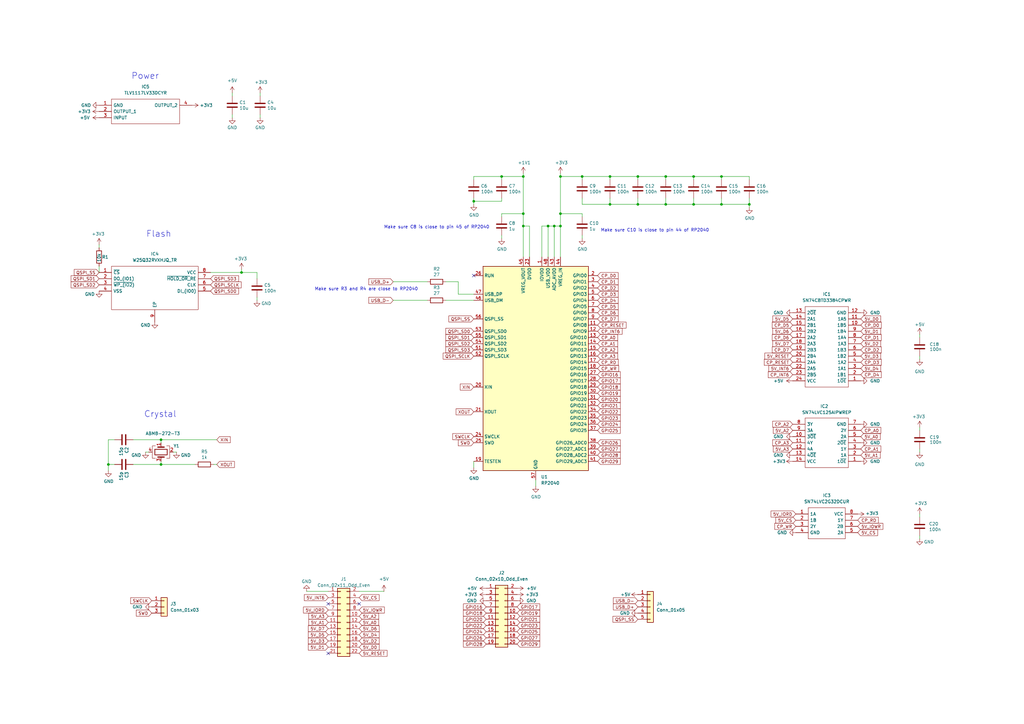
<source format=kicad_sch>
(kicad_sch (version 20231120) (generator "eeschema") (generator_version "8.0")
  (paper "A3")
  (title_block (title "SPIder Amiga clockport to SPI adapter") (date "2025-05-18") (rev "1") (company "Niklas Ekström"))
  (junction (at 214.63 87.63))
  (junction (at 229.87 87.63))
  (junction (at 205.74 72.39))
  (junction (at 44.45 190.5))
  (junction (at 238.76 72.39))
  (junction (at 261.62 83.82))
  (junction (at 273.05 72.39))
  (junction (at 261.62 72.39))
  (junction (at 214.63 92.71))
  (junction (at 194.31 82.55))
  (junction (at 229.87 92.71))
  (junction (at 295.91 72.39))
  (junction (at 307.34 83.82))
  (junction (at 66.04 190.5))
  (junction (at 273.05 83.82))
  (junction (at 66.04 180.34))
  (junction (at 214.63 72.39))
  (junction (at 250.19 83.82))
  (junction (at 284.48 83.82))
  (junction (at 227.33 92.71))
  (junction (at 229.87 72.39))
  (junction (at 284.48 72.39))
  (junction (at 295.91 83.82))
  (junction (at 99.06 111.76))
  (junction (at 250.19 72.39))
  (junction (at 224.79 92.71))
  (no_connect (at 194.31 113.03))
  (no_connect (at 134.62 247.65))
  (no_connect (at 147.32 247.65))
  (no_connect (at 134.62 267.97))
  (wire (pts (xy 214.63 92.71) (xy 214.63 105.41)))
  (wire (pts (xy 194.31 82.55) (xy 205.74 82.55)))
  (wire (pts (xy 261.62 72.39) (xy 273.05 72.39)))
  (wire (pts (xy 377.19 146.05) (xy 377.19 147.32)))
  (wire (pts (xy 105.41 114.3) (xy 105.41 111.76)))
  (wire (pts (xy 261.62 73.66) (xy 261.62 72.39)))
  (wire (pts (xy 214.63 71.12) (xy 214.63 72.39)))
  (wire (pts (xy 95.25 46.99) (xy 95.25 48.26)))
  (wire (pts (xy 106.68 46.99) (xy 106.68 48.26)))
  (wire (pts (xy 175.26 115.57) (xy 161.29 115.57)))
  (wire (pts (xy 194.31 120.65) (xy 187.96 120.65)))
  (wire (pts (xy 87.63 190.5) (xy 88.9 190.5)))
  (wire (pts (xy 261.62 81.28) (xy 261.62 83.82)))
  (wire (pts (xy 214.63 87.63) (xy 214.63 92.71)))
  (wire (pts (xy 187.96 115.57) (xy 182.88 115.57)))
  (wire (pts (xy 59.69 185.42) (xy 60.96 185.42)))
  (wire (pts (xy 194.31 72.39) (xy 205.74 72.39)))
  (wire (pts (xy 194.31 81.28) (xy 194.31 82.55)))
  (wire (pts (xy 71.12 185.42) (xy 72.39 185.42)))
  (wire (pts (xy 54.61 180.34) (xy 66.04 180.34)))
  (wire (pts (xy 40.64 100.33) (xy 40.64 101.6)))
  (wire (pts (xy 229.87 87.63) (xy 229.87 92.71)))
  (wire (pts (xy 205.74 72.39) (xy 214.63 72.39)))
  (wire (pts (xy 229.87 87.63) (xy 238.76 87.63)))
  (wire (pts (xy 214.63 72.39) (xy 214.63 87.63)))
  (wire (pts (xy 224.79 92.71) (xy 227.33 92.71)))
  (wire (pts (xy 99.06 110.49) (xy 99.06 111.76)))
  (wire (pts (xy 284.48 73.66) (xy 284.48 72.39)))
  (wire (pts (xy 377.19 219.71) (xy 377.19 220.98)))
  (wire (pts (xy 238.76 73.66) (xy 238.76 72.39)))
  (wire (pts (xy 229.87 72.39) (xy 238.76 72.39)))
  (wire (pts (xy 66.04 189.23) (xy 66.04 190.5)))
  (wire (pts (xy 44.45 190.5) (xy 44.45 193.04)))
  (wire (pts (xy 99.06 111.76) (xy 105.41 111.76)))
  (wire (pts (xy 229.87 72.39) (xy 229.87 87.63)))
  (wire (pts (xy 284.48 72.39) (xy 295.91 72.39)))
  (wire (pts (xy 106.68 38.1) (xy 106.68 39.37)))
  (wire (pts (xy 307.34 81.28) (xy 307.34 83.82)))
  (wire (pts (xy 224.79 105.41) (xy 224.79 92.71)))
  (wire (pts (xy 205.74 82.55) (xy 205.74 81.28)))
  (wire (pts (xy 250.19 73.66) (xy 250.19 72.39)))
  (wire (pts (xy 250.19 83.82) (xy 238.76 83.82)))
  (wire (pts (xy 187.96 115.57) (xy 187.96 120.65)))
  (wire (pts (xy 229.87 71.12) (xy 229.87 72.39)))
  (wire (pts (xy 205.74 88.9) (xy 205.74 87.63)))
  (wire (pts (xy 250.19 72.39) (xy 261.62 72.39)))
  (wire (pts (xy 66.04 180.34) (xy 88.9 180.34)))
  (wire (pts (xy 175.26 123.19) (xy 161.29 123.19)))
  (wire (pts (xy 250.19 81.28) (xy 250.19 83.82)))
  (wire (pts (xy 147.32 242.57) (xy 157.48 242.57)))
  (wire (pts (xy 217.17 105.41) (xy 217.17 92.71)))
  (wire (pts (xy 295.91 83.82) (xy 307.34 83.82)))
  (wire (pts (xy 284.48 81.28) (xy 284.48 83.82)))
  (wire (pts (xy 227.33 105.41) (xy 227.33 92.71)))
  (wire (pts (xy 86.36 111.76) (xy 99.06 111.76)))
  (wire (pts (xy 238.76 72.39) (xy 250.19 72.39)))
  (wire (pts (xy 238.76 96.52) (xy 238.76 97.79)))
  (wire (pts (xy 54.61 190.5) (xy 66.04 190.5)))
  (wire (pts (xy 46.99 190.5) (xy 44.45 190.5)))
  (wire (pts (xy 66.04 190.5) (xy 80.01 190.5)))
  (wire (pts (xy 307.34 73.66) (xy 307.34 72.39)))
  (wire (pts (xy 307.34 83.82) (xy 307.34 85.09)))
  (wire (pts (xy 222.25 92.71) (xy 224.79 92.71)))
  (wire (pts (xy 377.19 210.82) (xy 377.19 212.09)))
  (wire (pts (xy 219.71 196.85) (xy 219.71 199.39)))
  (wire (pts (xy 377.19 175.26) (xy 377.19 176.53)))
  (wire (pts (xy 205.74 87.63) (xy 214.63 87.63)))
  (wire (pts (xy 261.62 83.82) (xy 250.19 83.82)))
  (wire (pts (xy 238.76 81.28) (xy 238.76 83.82)))
  (wire (pts (xy 194.31 189.23) (xy 194.31 191.77)))
  (wire (pts (xy 46.99 180.34) (xy 44.45 180.34)))
  (wire (pts (xy 217.17 92.71) (xy 214.63 92.71)))
  (wire (pts (xy 295.91 83.82) (xy 284.48 83.82)))
  (wire (pts (xy 44.45 180.34) (xy 44.45 190.5)))
  (wire (pts (xy 66.04 181.61) (xy 66.04 180.34)))
  (wire (pts (xy 227.33 92.71) (xy 229.87 92.71)))
  (wire (pts (xy 105.41 121.92) (xy 105.41 123.19)))
  (wire (pts (xy 194.31 73.66) (xy 194.31 72.39)))
  (wire (pts (xy 222.25 105.41) (xy 222.25 92.71)))
  (wire (pts (xy 194.31 82.55) (xy 194.31 83.82)))
  (wire (pts (xy 295.91 81.28) (xy 295.91 83.82)))
  (wire (pts (xy 273.05 72.39) (xy 284.48 72.39)))
  (wire (pts (xy 238.76 88.9) (xy 238.76 87.63)))
  (wire (pts (xy 273.05 83.82) (xy 261.62 83.82)))
  (wire (pts (xy 40.64 109.22) (xy 40.64 111.76)))
  (wire (pts (xy 377.19 184.15) (xy 377.19 185.42)))
  (wire (pts (xy 284.48 83.82) (xy 273.05 83.82)))
  (wire (pts (xy 125.73 242.57) (xy 134.62 242.57)))
  (wire (pts (xy 194.31 123.19) (xy 182.88 123.19)))
  (wire (pts (xy 229.87 92.71) (xy 229.87 105.41)))
  (wire (pts (xy 377.19 137.16) (xy 377.19 138.43)))
  (wire (pts (xy 205.74 73.66) (xy 205.74 72.39)))
  (wire (pts (xy 295.91 72.39) (xy 307.34 72.39)))
  (wire (pts (xy 295.91 73.66) (xy 295.91 72.39)))
  (wire (pts (xy 273.05 81.28) (xy 273.05 83.82)))
  (wire (pts (xy 273.05 73.66) (xy 273.05 72.39)))
  (wire (pts (xy 95.25 38.1) (xy 95.25 39.37)))
  (wire (pts (xy 205.74 96.52) (xy 205.74 97.79)))
  (text "Power" (at 53.848 32.766 0) (effects (font (size 2.54 2.54)) (justify left bottom)))
  (text "Crystal" (at 59.055 171.45 0) (effects (font (size 2.54 2.54)) (justify left bottom)))
  (text "Make sure C8 is close to pin 45 of RP2040" (at 157.48 93.98 0) (effects (font (size 1.27 1.27)) (justify left bottom)))
  (text "Make sure R3 and R4 are close to RP2040" (at 171.45 119.38 0) (effects (font (size 1.27 1.27)) (justify right bottom)))
  (text "Make sure C10 is close to pin 44 of RP2040" (at 246.38 95.25 0) (effects (font (size 1.27 1.27)) (justify left bottom)))
  (text "Flash" (at 59.944 97.536 0) (effects (font (size 2.54 2.54)) (justify left bottom)))
  (global_label "5V_A1" (shape input) (at 353.06 186.69 0) (property "Intersheetrefs" "${INTERSHEET_REFS}" (effects (hide yes))))
  (global_label "QSPI_SD3" (shape input) (at 194.31 143.51 180) (property "Intersheetrefs" "${INTERSHEET_REFS}" (effects (hide yes))))
  (global_label "USB_D+" (shape input) (at 161.29 115.57 180) (property "Intersheetrefs" "${INTERSHEET_REFS}" (effects (hide yes))))
  (global_label "QSPI_SD2" (shape input) (at 194.31 140.97 180) (property "Intersheetrefs" "${INTERSHEET_REFS}" (effects (hide yes))))
  (global_label "5V_A3" (shape input) (at 134.62 252.73 180) (property "Intersheetrefs" "${INTERSHEET_REFS}" (effects (hide yes))))
  (global_label "QSPI_SCLK" (shape input) (at 194.31 146.05 180) (property "Intersheetrefs" "${INTERSHEET_REFS}" (effects (hide yes))))
  (global_label "5V_IORD" (shape input) (at 134.62 250.19 180) (property "Intersheetrefs" "${INTERSHEET_REFS}" (effects (hide yes))))
  (global_label "GPIO16" (shape input) (at 199.39 248.92 180) (property "Intersheetrefs" "${INTERSHEET_REFS}" (effects (hide yes))))
  (global_label "XOUT" (shape input) (at 88.9 190.5 0) (property "Intersheetrefs" "${INTERSHEET_REFS}" (effects (hide yes))))
  (global_label "5V_D7" (shape input) (at 325.12 140.97 180) (property "Intersheetrefs" "${INTERSHEET_REFS}" (effects (hide yes))))
  (global_label "CP_RESET" (shape input) (at 325.12 148.59 180) (property "Intersheetrefs" "${INTERSHEET_REFS}" (effects (hide yes))))
  (global_label "GPIO25" (shape input) (at 245.11 176.53 0) (property "Intersheetrefs" "${INTERSHEET_REFS}" (effects (hide yes))))
  (global_label "5V_D3" (shape input) (at 134.62 262.89 180) (property "Intersheetrefs" "${INTERSHEET_REFS}" (effects (hide yes))))
  (global_label "SWCLK" (shape input) (at 194.31 179.07 180) (property "Intersheetrefs" "${INTERSHEET_REFS}" (effects (hide yes))))
  (global_label "GPIO24" (shape input) (at 245.11 173.99 0) (property "Intersheetrefs" "${INTERSHEET_REFS}" (effects (hide yes))))
  (global_label "CP_D4" (shape input) (at 245.11 123.19 0) (property "Intersheetrefs" "${INTERSHEET_REFS}" (effects (hide yes))))
  (global_label "CP_RESET" (shape input) (at 245.11 133.35 0) (property "Intersheetrefs" "${INTERSHEET_REFS}" (effects (hide yes))))
  (global_label "5V_IOWR" (shape input) (at 351.79 215.9 0) (property "Intersheetrefs" "${INTERSHEET_REFS}" (effects (hide yes))))
  (global_label "5V_A3" (shape input) (at 325.12 184.15 180) (property "Intersheetrefs" "${INTERSHEET_REFS}" (effects (hide yes))))
  (global_label "CP_A2" (shape input) (at 245.11 143.51 0) (property "Intersheetrefs" "${INTERSHEET_REFS}" (effects (hide yes))))
  (global_label "GPIO26" (shape input) (at 245.11 181.61 0) (property "Intersheetrefs" "${INTERSHEET_REFS}" (effects (hide yes))))
  (global_label "GPIO23" (shape input) (at 212.09 256.54 0) (property "Intersheetrefs" "${INTERSHEET_REFS}" (effects (hide yes))))
  (global_label "CP_A0" (shape input) (at 245.11 138.43 0) (property "Intersheetrefs" "${INTERSHEET_REFS}" (effects (hide yes))))
  (global_label "CP_INT6" (shape input) (at 325.12 153.67 180) (property "Intersheetrefs" "${INTERSHEET_REFS}" (effects (hide yes))))
  (global_label "5V_D6" (shape input) (at 147.32 257.81 0) (property "Intersheetrefs" "${INTERSHEET_REFS}" (effects (hide yes))))
  (global_label "CP_D1" (shape input) (at 245.11 115.57 0) (property "Intersheetrefs" "${INTERSHEET_REFS}" (effects (hide yes))))
  (global_label "GPIO24" (shape input) (at 199.39 259.08 180) (property "Intersheetrefs" "${INTERSHEET_REFS}" (effects (hide yes))))
  (global_label "QSPI_SD2" (shape input) (at 40.64 116.84 180) (property "Intersheetrefs" "${INTERSHEET_REFS}" (effects (hide yes))))
  (global_label "CP_D4" (shape input) (at 353.06 153.67 0) (property "Intersheetrefs" "${INTERSHEET_REFS}" (effects (hide yes))))
  (global_label "CP_RD" (shape input) (at 351.79 213.36 0) (property "Intersheetrefs" "${INTERSHEET_REFS}" (effects (hide yes))))
  (global_label "5V_A2" (shape input) (at 325.12 176.53 180) (property "Intersheetrefs" "${INTERSHEET_REFS}" (effects (hide yes))))
  (global_label "USB_D+" (shape input) (at 261.62 248.92 180) (property "Intersheetrefs" "${INTERSHEET_REFS}" (effects (hide yes))))
  (global_label "CP_D7" (shape input) (at 325.12 143.51 180) (property "Intersheetrefs" "${INTERSHEET_REFS}" (effects (hide yes))))
  (global_label "5V_D3" (shape input) (at 353.06 146.05 0) (property "Intersheetrefs" "${INTERSHEET_REFS}" (effects (hide yes))))
  (global_label "GPIO17" (shape input) (at 245.11 156.21 0) (property "Intersheetrefs" "${INTERSHEET_REFS}" (effects (hide yes))))
  (global_label "GPIO19" (shape input) (at 245.11 161.29 0) (property "Intersheetrefs" "${INTERSHEET_REFS}" (effects (hide yes))))
  (global_label "CP_A0" (shape input) (at 353.06 176.53 0) (property "Intersheetrefs" "${INTERSHEET_REFS}" (effects (hide yes))))
  (global_label "5V_D4" (shape input) (at 353.06 151.13 0) (property "Intersheetrefs" "${INTERSHEET_REFS}" (effects (hide yes))))
  (global_label "5V_D7" (shape input) (at 134.62 257.81 180) (property "Intersheetrefs" "${INTERSHEET_REFS}" (effects (hide yes))))
  (global_label "USB_D-" (shape input) (at 161.29 123.19 180) (property "Intersheetrefs" "${INTERSHEET_REFS}" (effects (hide yes))))
  (global_label "GPIO28" (shape input) (at 245.11 186.69 0) (property "Intersheetrefs" "${INTERSHEET_REFS}" (effects (hide yes))))
  (global_label "CP_D1" (shape input) (at 353.06 138.43 0) (property "Intersheetrefs" "${INTERSHEET_REFS}" (effects (hide yes))))
  (global_label "GPIO28" (shape input) (at 199.39 264.16 180) (property "Intersheetrefs" "${INTERSHEET_REFS}" (effects (hide yes))))
  (global_label "5V_D0" (shape input) (at 353.06 130.81 0) (property "Intersheetrefs" "${INTERSHEET_REFS}" (effects (hide yes))))
  (global_label "CP_D2" (shape input) (at 353.06 143.51 0) (property "Intersheetrefs" "${INTERSHEET_REFS}" (effects (hide yes))))
  (global_label "GPIO18" (shape input) (at 199.39 251.46 180) (property "Intersheetrefs" "${INTERSHEET_REFS}" (effects (hide yes))))
  (global_label "GPIO16" (shape input) (at 245.11 153.67 0) (property "Intersheetrefs" "${INTERSHEET_REFS}" (effects (hide yes))))
  (global_label "CP_A3" (shape input) (at 325.12 181.61 180) (property "Intersheetrefs" "${INTERSHEET_REFS}" (effects (hide yes))))
  (global_label "SWD" (shape input) (at 62.23 251.46 180) (property "Intersheetrefs" "${INTERSHEET_REFS}" (effects (hide yes))))
  (global_label "GPIO19" (shape input) (at 212.09 251.46 0) (property "Intersheetrefs" "${INTERSHEET_REFS}" (effects (hide yes))))
  (global_label "CP_WR" (shape input) (at 245.11 151.13 0) (property "Intersheetrefs" "${INTERSHEET_REFS}" (effects (hide yes))))
  (global_label "GPIO29" (shape input) (at 212.09 264.16 0) (property "Intersheetrefs" "${INTERSHEET_REFS}" (effects (hide yes))))
  (global_label "QSPI_SS" (shape input) (at 194.31 130.81 180) (property "Intersheetrefs" "${INTERSHEET_REFS}" (effects (hide yes))))
  (global_label "5V_D1" (shape input) (at 134.62 265.43 180) (property "Intersheetrefs" "${INTERSHEET_REFS}" (effects (hide yes))))
  (global_label "QSPI_SCLK" (shape input) (at 86.36 116.84 0) (property "Intersheetrefs" "${INTERSHEET_REFS}" (effects (hide yes))))
  (global_label "5V_D4" (shape input) (at 147.32 260.35 0) (property "Intersheetrefs" "${INTERSHEET_REFS}" (effects (hide yes))))
  (global_label "5V_D2" (shape input) (at 147.32 262.89 0) (property "Intersheetrefs" "${INTERSHEET_REFS}" (effects (hide yes))))
  (global_label "5V_D5" (shape input) (at 325.12 130.81 180) (property "Intersheetrefs" "${INTERSHEET_REFS}" (effects (hide yes))))
  (global_label "QSPI_SS" (shape input) (at 261.62 254 180) (property "Intersheetrefs" "${INTERSHEET_REFS}" (effects (hide yes))))
  (global_label "CP_RD" (shape input) (at 245.11 148.59 0) (property "Intersheetrefs" "${INTERSHEET_REFS}" (effects (hide yes))))
  (global_label "CP_WR" (shape input) (at 326.39 215.9 180) (property "Intersheetrefs" "${INTERSHEET_REFS}" (effects (hide yes))))
  (global_label "5V_RESET" (shape input) (at 147.32 267.97 0) (property "Intersheetrefs" "${INTERSHEET_REFS}" (effects (hide yes))))
  (global_label "5V_D0" (shape input) (at 147.32 265.43 0) (property "Intersheetrefs" "${INTERSHEET_REFS}" (effects (hide yes))))
  (global_label "5V_A1" (shape input) (at 134.62 255.27 180) (property "Intersheetrefs" "${INTERSHEET_REFS}" (effects (hide yes))))
  (global_label "CP_D5" (shape input) (at 325.12 133.35 180) (property "Intersheetrefs" "${INTERSHEET_REFS}" (effects (hide yes))))
  (global_label "GPIO18" (shape input) (at 245.11 158.75 0) (property "Intersheetrefs" "${INTERSHEET_REFS}" (effects (hide yes))))
  (global_label "GPIO22" (shape input) (at 199.39 256.54 180) (property "Intersheetrefs" "${INTERSHEET_REFS}" (effects (hide yes))))
  (global_label "GPIO21" (shape input) (at 212.09 254 0) (property "Intersheetrefs" "${INTERSHEET_REFS}" (effects (hide yes))))
  (global_label "5V_RESET" (shape input) (at 325.12 146.05 180) (property "Intersheetrefs" "${INTERSHEET_REFS}" (effects (hide yes))))
  (global_label "CP_D5" (shape input) (at 245.11 125.73 0) (property "Intersheetrefs" "${INTERSHEET_REFS}" (effects (hide yes))))
  (global_label "QSPI_SS" (shape input) (at 40.64 111.76 180) (property "Intersheetrefs" "${INTERSHEET_REFS}" (effects (hide yes))))
  (global_label "CP_D0" (shape input) (at 353.06 133.35 0) (property "Intersheetrefs" "${INTERSHEET_REFS}" (effects (hide yes))))
  (global_label "SWCLK" (shape input) (at 62.23 246.38 180) (property "Intersheetrefs" "${INTERSHEET_REFS}" (effects (hide yes))))
  (global_label "CP_D0" (shape input) (at 245.11 113.03 0) (property "Intersheetrefs" "${INTERSHEET_REFS}" (effects (hide yes))))
  (global_label "QSPI_SD0" (shape input) (at 86.36 119.38 0) (property "Intersheetrefs" "${INTERSHEET_REFS}" (effects (hide yes))))
  (global_label "CP_A1" (shape input) (at 353.06 184.15 0) (property "Intersheetrefs" "${INTERSHEET_REFS}" (effects (hide yes))))
  (global_label "GPIO29" (shape input) (at 245.11 189.23 0) (property "Intersheetrefs" "${INTERSHEET_REFS}" (effects (hide yes))))
  (global_label "5V_A0" (shape input) (at 147.32 255.27 0) (property "Intersheetrefs" "${INTERSHEET_REFS}" (effects (hide yes))))
  (global_label "GPIO17" (shape input) (at 212.09 248.92 0) (property "Intersheetrefs" "${INTERSHEET_REFS}" (effects (hide yes))))
  (global_label "5V_IOWR" (shape input) (at 147.32 250.19 0) (property "Intersheetrefs" "${INTERSHEET_REFS}" (effects (hide yes))))
  (global_label "QSPI_SD3" (shape input) (at 86.36 114.3 0) (property "Intersheetrefs" "${INTERSHEET_REFS}" (effects (hide yes))))
  (global_label "GPIO21" (shape input) (at 245.11 166.37 0) (property "Intersheetrefs" "${INTERSHEET_REFS}" (effects (hide yes))))
  (global_label "CP_A1" (shape input) (at 245.11 140.97 0) (property "Intersheetrefs" "${INTERSHEET_REFS}" (effects (hide yes))))
  (global_label "5V_INT6" (shape input) (at 325.12 151.13 180) (property "Intersheetrefs" "${INTERSHEET_REFS}" (effects (hide yes))))
  (global_label "GPIO25" (shape input) (at 212.09 259.08 0) (property "Intersheetrefs" "${INTERSHEET_REFS}" (effects (hide yes))))
  (global_label "QSPI_SD0" (shape input) (at 194.31 135.89 180) (property "Intersheetrefs" "${INTERSHEET_REFS}" (effects (hide yes))))
  (global_label "SWD" (shape input) (at 194.31 181.61 180) (property "Intersheetrefs" "${INTERSHEET_REFS}" (effects (hide yes))))
  (global_label "5V_A2" (shape input) (at 147.32 252.73 0) (property "Intersheetrefs" "${INTERSHEET_REFS}" (effects (hide yes))))
  (global_label "XIN" (shape input) (at 88.9 180.34 0) (property "Intersheetrefs" "${INTERSHEET_REFS}" (effects (hide yes))))
  (global_label "QSPI_SD1" (shape input) (at 194.31 138.43 180) (property "Intersheetrefs" "${INTERSHEET_REFS}" (effects (hide yes))))
  (global_label "GPIO26" (shape input) (at 199.39 261.62 180) (property "Intersheetrefs" "${INTERSHEET_REFS}" (effects (hide yes))))
  (global_label "USB_D-" (shape input) (at 261.62 246.38 180) (property "Intersheetrefs" "${INTERSHEET_REFS}" (effects (hide yes))))
  (global_label "CP_D3" (shape input) (at 245.11 120.65 0) (property "Intersheetrefs" "${INTERSHEET_REFS}" (effects (hide yes))))
  (global_label "5V_A0" (shape input) (at 353.06 179.07 0) (property "Intersheetrefs" "${INTERSHEET_REFS}" (effects (hide yes))))
  (global_label "XOUT" (shape input) (at 194.31 168.91 180) (property "Intersheetrefs" "${INTERSHEET_REFS}" (effects (hide yes))))
  (global_label "GPIO23" (shape input) (at 245.11 171.45 0) (property "Intersheetrefs" "${INTERSHEET_REFS}" (effects (hide yes))))
  (global_label "5V_CS" (shape input) (at 147.32 245.11 0) (property "Intersheetrefs" "${INTERSHEET_REFS}" (effects (hide yes))))
  (global_label "GPIO27" (shape input) (at 245.11 184.15 0) (property "Intersheetrefs" "${INTERSHEET_REFS}" (effects (hide yes))))
  (global_label "5V_CS" (shape input) (at 326.39 213.36 180) (property "Intersheetrefs" "${INTERSHEET_REFS}" (effects (hide yes))))
  (global_label "5V_D2" (shape input) (at 353.06 140.97 0) (property "Intersheetrefs" "${INTERSHEET_REFS}" (effects (hide yes))))
  (global_label "5V_D6" (shape input) (at 325.12 135.89 180) (property "Intersheetrefs" "${INTERSHEET_REFS}" (effects (hide yes))))
  (global_label "CP_INT6" (shape input) (at 245.11 135.89 0) (property "Intersheetrefs" "${INTERSHEET_REFS}" (effects (hide yes))))
  (global_label "CP_D6" (shape input) (at 245.11 128.27 0) (property "Intersheetrefs" "${INTERSHEET_REFS}" (effects (hide yes))))
  (global_label "5V_IORD" (shape input) (at 326.39 210.82 180) (property "Intersheetrefs" "${INTERSHEET_REFS}" (effects (hide yes))))
  (global_label "CP_D6" (shape input) (at 325.12 138.43 180) (property "Intersheetrefs" "${INTERSHEET_REFS}" (effects (hide yes))))
  (global_label "CP_D7" (shape input) (at 245.11 130.81 0) (property "Intersheetrefs" "${INTERSHEET_REFS}" (effects (hide yes))))
  (global_label "CP_D2" (shape input) (at 245.11 118.11 0) (property "Intersheetrefs" "${INTERSHEET_REFS}" (effects (hide yes))))
  (global_label "GPIO22" (shape input) (at 245.11 168.91 0) (property "Intersheetrefs" "${INTERSHEET_REFS}" (effects (hide yes))))
  (global_label "XIN" (shape input) (at 194.31 158.75 180) (property "Intersheetrefs" "${INTERSHEET_REFS}" (effects (hide yes))))
  (global_label "5V_D1" (shape input) (at 353.06 135.89 0) (property "Intersheetrefs" "${INTERSHEET_REFS}" (effects (hide yes))))
  (global_label "QSPI_SD1" (shape input) (at 40.64 114.3 180) (property "Intersheetrefs" "${INTERSHEET_REFS}" (effects (hide yes))))
  (global_label "GPIO20" (shape input) (at 245.11 163.83 0) (property "Intersheetrefs" "${INTERSHEET_REFS}" (effects (hide yes))))
  (global_label "5V_CS" (shape input) (at 351.79 218.44 0) (property "Intersheetrefs" "${INTERSHEET_REFS}" (effects (hide yes))))
  (global_label "CP_D3" (shape input) (at 353.06 148.59 0) (property "Intersheetrefs" "${INTERSHEET_REFS}" (effects (hide yes))))
  (global_label "CP_A3" (shape input) (at 245.11 146.05 0) (property "Intersheetrefs" "${INTERSHEET_REFS}" (effects (hide yes))))
  (global_label "GPIO27" (shape input) (at 212.09 261.62 0) (property "Intersheetrefs" "${INTERSHEET_REFS}" (effects (hide yes))))
  (global_label "5V_D5" (shape input) (at 134.62 260.35 180) (property "Intersheetrefs" "${INTERSHEET_REFS}" (effects (hide yes))))
  (global_label "GPIO20" (shape input) (at 199.39 254 180) (property "Intersheetrefs" "${INTERSHEET_REFS}" (effects (hide yes))))
  (global_label "5V_INT6" (shape input) (at 134.62 245.11 180) (property "Intersheetrefs" "${INTERSHEET_REFS}" (effects (hide yes))))
  (global_label "CP_A2" (shape input) (at 325.12 173.99 180) (property "Intersheetrefs" "${INTERSHEET_REFS}" (effects (hide yes))))
  (symbol (lib_id "power:GND") (at 219.71 199.39 0) (unit 1)
    (property "Reference" "#PWR016" (effects (hide yes)))
    (property "Value" "GND" (at 219.837 203.7842 0))
  )
  (symbol (lib_id "power:GND") (at 194.31 191.77 0) (unit 1)
    (property "Reference" "#PWR015" (effects (hide yes)))
    (property "Value" "GND" (at 194.437 196.1642 0))
  )
  (symbol (lib_id "power:+3V3") (at 229.87 71.12 0) (unit 1)
    (property "Reference" "#PWR017" (effects (hide yes)))
    (property "Value" "+3V3" (at 230.251 66.7258 0))
  )
  (symbol (lib_id "power:+1V1") (at 214.63 71.12 0) (unit 1)
    (property "Reference" "#PWR014" (effects (hide yes)))
    (property "Value" "+1V1" (at 215.011 66.7258 0))
  )
  (symbol (lib_id "Device:C") (at 238.76 77.47 0) (unit 1)
    (property "Reference" "C9" (at 241.681 76.3016 0) (effects (justify left)))
    (property "Value" "100n" (at 241.681 78.613 0) (effects (justify left)))
    (property "Footprint" "Capacitor_SMD:C_0402_1005Metric" (effects (hide yes)))
  )
  (symbol (lib_id "Device:C") (at 250.19 77.47 0) (unit 1)
    (property "Reference" "C11" (at 253.111 76.3016 0) (effects (justify left)))
    (property "Value" "100n" (at 253.111 78.613 0) (effects (justify left)))
    (property "Footprint" "Capacitor_SMD:C_0402_1005Metric" (effects (hide yes)))
  )
  (symbol (lib_id "Device:C") (at 261.62 77.47 0) (unit 1)
    (property "Reference" "C12" (at 264.541 76.3016 0) (effects (justify left)))
    (property "Value" "100n" (at 264.541 78.613 0) (effects (justify left)))
    (property "Footprint" "Capacitor_SMD:C_0402_1005Metric" (effects (hide yes)))
  )
  (symbol (lib_id "Device:C") (at 273.05 77.47 0) (unit 1)
    (property "Reference" "C13" (at 275.971 76.3016 0) (effects (justify left)))
    (property "Value" "100n" (at 275.971 78.613 0) (effects (justify left)))
    (property "Footprint" "Capacitor_SMD:C_0402_1005Metric" (effects (hide yes)))
  )
  (symbol (lib_id "Device:C") (at 284.48 77.47 0) (unit 1)
    (property "Reference" "C14" (at 287.401 76.3016 0) (effects (justify left)))
    (property "Value" "100n" (at 287.401 78.613 0) (effects (justify left)))
    (property "Footprint" "Capacitor_SMD:C_0402_1005Metric" (effects (hide yes)))
  )
  (symbol (lib_id "Device:C") (at 295.91 77.47 0) (unit 1)
    (property "Reference" "C15" (at 298.831 76.3016 0) (effects (justify left)))
    (property "Value" "100n" (at 298.831 78.613 0) (effects (justify left)))
    (property "Footprint" "Capacitor_SMD:C_0402_1005Metric" (effects (hide yes)))
  )
  (symbol (lib_id "Device:C") (at 307.34 77.47 0) (unit 1)
    (property "Reference" "C16" (at 310.261 76.3016 0) (effects (justify left)))
    (property "Value" "100n" (at 310.261 78.613 0) (effects (justify left)))
    (property "Footprint" "Capacitor_SMD:C_0402_1005Metric" (effects (hide yes)))
  )
  (symbol (lib_id "Device:C") (at 194.31 77.47 0) (unit 1)
    (property "Reference" "C6" (at 197.231 76.3016 0) (effects (justify left)))
    (property "Value" "100n" (at 197.231 78.613 0) (effects (justify left)))
    (property "Footprint" "Capacitor_SMD:C_0402_1005Metric" (effects (hide yes)))
  )
  (symbol (lib_id "Device:C") (at 205.74 77.47 0) (unit 1)
    (property "Reference" "C7" (at 208.661 76.3016 0) (effects (justify left)))
    (property "Value" "100n" (at 208.661 78.613 0) (effects (justify left)))
    (property "Footprint" "Capacitor_SMD:C_0402_1005Metric" (effects (hide yes)))
  )
  (symbol (lib_id "Device:C") (at 205.74 92.71 0) (unit 1)
    (property "Reference" "C8" (at 208.661 91.5416 0) (effects (justify left)))
    (property "Value" "1u" (at 208.661 93.853 0) (effects (justify left)))
    (property "Footprint" "Capacitor_SMD:C_0402_1005Metric" (effects (hide yes)))
  )
  (symbol (lib_id "Device:C") (at 238.76 92.71 0) (unit 1)
    (property "Reference" "C10" (at 241.681 91.5416 0) (effects (justify left)))
    (property "Value" "1u" (at 241.681 93.853 0) (effects (justify left)))
    (property "Footprint" "Capacitor_SMD:C_0402_1005Metric" (effects (hide yes)))
  )
  (symbol (lib_id "power:GND") (at 307.34 85.09 0) (unit 1)
    (property "Reference" "#PWR023" (effects (hide yes)))
    (property "Value" "GND" (at 307.467 89.4842 0))
  )
  (symbol (lib_id "power:GND") (at 194.31 83.82 0) (unit 1)
    (property "Reference" "#PWR012" (effects (hide yes)))
    (property "Value" "GND" (at 194.437 88.2142 0))
  )
  (symbol (lib_id "power:GND") (at 205.74 97.79 0) (unit 1)
    (property "Reference" "#PWR013" (effects (hide yes)))
    (property "Value" "GND" (at 205.867 102.1842 0))
  )
  (symbol (lib_id "power:GND") (at 238.76 97.79 0) (unit 1)
    (property "Reference" "#PWR018" (effects (hide yes)))
    (property "Value" "GND" (at 238.887 102.1842 0))
  )
  (symbol (lib_id "power:+3V3") (at 106.68 38.1 0) (unit 1)
    (property "Reference" "#PWR09" (effects (hide yes)))
    (property "Value" "+3V3" (at 107.061 33.7058 0))
  )
  (symbol (lib_id "Device:C") (at 95.25 43.18 0) (unit 1)
    (property "Reference" "C1" (at 98.171 42.0116 0) (effects (justify left)))
    (property "Value" "10u" (at 98.171 44.323 0) (effects (justify left)))
    (property "Footprint" "Capacitor_SMD:C_0805_2012Metric" (effects (hide yes)))
  )
  (symbol (lib_id "Device:C") (at 106.68 43.18 0) (unit 1)
    (property "Reference" "C4" (at 109.601 42.0116 0) (effects (justify left)))
    (property "Value" "10u" (at 109.601 44.323 0) (effects (justify left)))
    (property "Footprint" "Capacitor_SMD:C_0805_2012Metric" (effects (hide yes)))
  )
  (symbol (lib_id "power:GND") (at 95.25 48.26 0) (unit 1)
    (property "Reference" "#PWR04" (effects (hide yes)))
    (property "Value" "GND" (at 95.25 52.324 0))
  )
  (symbol (lib_id "power:GND") (at 106.68 48.26 0) (unit 1)
    (property "Reference" "#PWR010" (effects (hide yes)))
    (property "Value" "GND" (at 106.68 52.324 0))
  )
  (symbol (lib_name "+5V_1") (lib_id "power:+5V") (at 157.48 242.57 0) (unit 1)
    (property "Reference" "#PWR03" (effects (hide yes)))
    (property "Value" "+5V" (at 157.48 237.49 0))
    (property "Description" "Power symbol creates a global label with name \"+5V\"" (effects (hide yes)))
  )
  (symbol (lib_id "Connector_Generic:Conn_02x10_Odd_Even") (at 204.47 251.46 0) (unit 1)
    (property "Reference" "J2" (at 205.74 234.95 0))
    (property "Value" "Conn_02x10_Odd_Even" (at 205.74 237.49 0))
    (property "Footprint" "SPIder:PinHeader_2x10_P2.54mm_Horizontal" (effects (hide yes)))
    (property "Description" "Generic connector, double row, 02x10, odd/even pin numbering scheme (row 1 odd numbers, row 2 even numbers), script generated (kicad-library-utils/schlib/autogen/connector/)" (effects (hide yes)))
  )
  (symbol (lib_id "power:GND") (at 261.62 251.46 270) (unit 1)
    (property "Reference" "#PWR048" (effects (hide yes)))
    (property "Value" "GND" (at 256.286 251.46 90))
  )
  (symbol (lib_id "power:+3V3") (at 377.19 210.82 0) (unit 1)
    (property "Reference" "#PWR042" (effects (hide yes)))
    (property "Value" "+3V3" (at 377.571 206.4258 0))
  )
  (symbol (lib_id "SPIder:W25Q32RVXHJQ_TR") (at 40.64 111.76 0) (unit 1)
    (property "Reference" "IC4" (at 63.5 104.14 0))
    (property "Value" "W25Q32RVXHJQ_TR" (at 63.5 106.68 0))
    (property "Footprint" "Package_SON:Winbond_USON-8-1EP_3x2mm_P0.5mm_EP0.2x1.6mm" (effects (hide yes)))
    (property "Datasheet" "https://www.winbond.com/hq/product/code-storage-flash-memory/serial-nor-flash/?__locale=ja&partNo=W25Q32RV" (effects (hide yes)))
    (property "Description" "NOR Flash spiFlash, 3V, 32M-bit, 4Kb Uniform Sector" (effects (hide yes)))
    (property "Description_1" "NOR Flash spiFlash, 3V, 32M-bit, 4Kb Uniform Sector" (effects (hide yes)))
    (property "Height" "0.4" (effects (hide yes)))
    (property "Mouser Part Number" "454-W25Q32RVXHJQTR" (effects (hide yes)))
    (property "Mouser Price/Stock" "https://www.mouser.co.uk/ProductDetail/Winbond/W25Q32RVXHJQ-TR?qs=mELouGlnn3dFwM4lg8JCig%3D%3D" (effects (hide yes)))
    (property "Manufacturer_Name" "Winbond" (effects (hide yes)))
    (property "Manufacturer_Part_Number" "W25Q32RVXHJQ TR" (effects (hide yes)))
  )
  (symbol (lib_id "power:GND") (at 377.19 185.42 0) (unit 1)
    (property "Reference" "#PWR041" (effects (hide yes)))
    (property "Value" "GND" (at 377.19 190.5 0))
  )
  (symbol (lib_id "Device:R") (at 179.07 115.57 90) (mirror x) (unit 1)
    (property "Reference" "R2" (at 179.07 110.3122 90))
    (property "Value" "27" (at 179.07 112.6236 90))
    (property "Footprint" "Resistor_SMD:R_0402_1005Metric" (effects (hide yes)))
  )
  (symbol (lib_id "Connector_Generic:Conn_02x11_Odd_Even") (at 139.7 255.27 0) (unit 1)
    (property "Reference" "J1" (at 140.97 237.49 0))
    (property "Value" "Conn_02x11_Odd_Even" (at 140.97 240.03 0))
    (property "Footprint" "Connector_PinSocket_2.00mm:PinSocket_2x11_P2.00mm_Vertical" (effects (hide yes)))
  )
  (symbol (lib_id "power:GND") (at 353.06 181.61 90) (mirror x) (unit 1)
    (property "Reference" "#PWR024" (effects (hide yes)))
    (property "Value" "GND" (at 356.87 181.6099 90) (effects (justify right)))
  )
  (symbol (lib_id "Device:C") (at 377.19 215.9 0) (unit 1)
    (property "Reference" "C20" (at 381 214.8586 0) (effects (justify left)))
    (property "Value" "100n" (at 381 217.17 0) (effects (justify left)))
    (property "Footprint" "Capacitor_SMD:C_0402_1005Metric" (effects (hide yes)))
  )
  (symbol (lib_name "GND_2") (lib_id "power:GND") (at 212.09 246.38 90) (mirror x) (unit 1)
    (property "Reference" "#PWR029" (effects (hide yes)))
    (property "Value" "GND" (at 215.9 246.3801 90) (effects (justify right)))
    (property "Description" "Power symbol creates a global label with name \"GND\" , ground" (effects (hide yes)))
  )
  (symbol (lib_id "power:GND") (at 325.12 186.69 270) (unit 1)
    (property "Reference" "#PWR025" (effects (hide yes)))
    (property "Value" "GND" (at 321.31 186.6899 90) (effects (justify right)))
  )
  (symbol (lib_id "Device:C") (at 105.41 118.11 0) (unit 1)
    (property "Reference" "C5" (at 108.331 116.9416 0) (effects (justify left)))
    (property "Value" "100n" (at 108.331 119.253 0) (effects (justify left)))
    (property "Footprint" "Capacitor_SMD:C_0402_1005Metric" (effects (hide yes)))
  )
  (symbol (lib_id "power:+3V3") (at 377.19 175.26 0) (mirror y) (unit 1)
    (property "Reference" "#PWR036" (effects (hide yes)))
    (property "Value" "+3V3" (at 376.809 170.8658 0))
  )
  (symbol (lib_id "Device:Crystal_GND24") (at 66.04 185.42 270) (unit 1)
    (property "Reference" "Y1" (at 71.12 182.88 90) (effects (justify left)))
    (property "Value" "ABM8-272-T3" (at 59.69 177.8 90) (effects (justify left)))
    (property "Footprint" "Crystal:Crystal_SMD_3225-4Pin_3.2x2.5mm" (effects (hide yes)))
  )
  (symbol (lib_id "power:GND") (at 72.39 185.42 0) (unit 1)
    (property "Reference" "#PWR027" (effects (hide yes)))
    (property "Value" "GND" (at 76.2 186.69 0))
  )
  (symbol (lib_name "+5V_1") (lib_id "power:+5V") (at 212.09 241.3 270) (mirror x) (unit 1)
    (property "Reference" "#PWR022" (effects (hide yes)))
    (property "Value" "+5V" (at 215.9 241.3001 90) (effects (justify left)))
    (property "Description" "Power symbol creates a global label with name \"+5V\"" (effects (hide yes)))
  )
  (symbol (lib_id "Device:C") (at 50.8 180.34 270) (unit 1)
    (property "Reference" "C2" (at 51.9684 183.261 0) (effects (justify left)))
    (property "Value" "15p" (at 49.657 183.261 0) (effects (justify left)))
    (property "Footprint" "Capacitor_SMD:C_0402_1005Metric" (effects (hide yes)))
  )
  (symbol (lib_id "power:+5V") (at 261.62 243.84 90) (unit 1)
    (property "Reference" "#PWR047" (effects (hide yes)))
    (property "Value" "+5V" (at 256.54 243.84 90))
    (property "Description" "Power symbol creates a global label with name \"+5V\"" (effects (hide yes)))
  )
  (symbol (lib_id "power:GND") (at 40.64 43.18 270) (mirror x) (unit 1)
    (property "Reference" "#PWR051" (effects (hide yes)))
    (property "Value" "GND" (at 35.306 43.18 90))
  )
  (symbol (lib_id "power:+3V3") (at 78.74 43.18 270) (unit 1)
    (property "Reference" "#PWR053" (effects (hide yes)))
    (property "Value" "+3V3" (at 84.582 43.18 90))
  )
  (symbol (lib_id "power:+3V3") (at 40.64 100.33 0) (mirror y) (unit 1)
    (property "Reference" "#PWR046" (effects (hide yes)))
    (property "Value" "+3V3" (at 40.259 95.9358 0))
  )
  (symbol (lib_id "power:GND") (at 325.12 128.27 270) (mirror x) (unit 1)
    (property "Reference" "#PWR035" (effects (hide yes)))
    (property "Value" "GND" (at 321.31 128.2701 90) (effects (justify right)))
  )
  (symbol (lib_id "power:GND") (at 63.5 132.08 0) (unit 1)
    (property "Reference" "#PWR08" (effects (hide yes)))
    (property "Value" "GND" (at 59.69 133.35 0))
  )
  (symbol (lib_id "power:+5V") (at 377.19 137.16 0) (unit 1)
    (property "Reference" "#PWR038" (effects (hide yes)))
    (property "Value" "+5V" (at 377.19 133.096 0))
  )
  (symbol (lib_id "power:GND") (at 353.06 189.23 90) (mirror x) (unit 1)
    (property "Reference" "#PWR037" (effects (hide yes)))
    (property "Value" "GND" (at 356.87 189.2299 90) (effects (justify right)))
  )
  (symbol (lib_id "power:GND") (at 326.39 218.44 270) (unit 1)
    (property "Reference" "#PWR050" (effects (hide yes)))
    (property "Value" "GND" (at 320.802 218.44 90))
  )
  (symbol (lib_id "Device:R") (at 179.07 123.19 90) (mirror x) (unit 1)
    (property "Reference" "R3" (at 179.07 117.9322 90))
    (property "Value" "27" (at 179.07 120.2436 90))
    (property "Footprint" "Resistor_SMD:R_0402_1005Metric" (effects (hide yes)))
  )
  (symbol (lib_id "power:+3V3") (at 351.79 210.82 270) (unit 1)
    (property "Reference" "#PWR049" (effects (hide yes)))
    (property "Value" "+3V3" (at 357.632 210.566 90))
  )
  (symbol (lib_id "power:GND") (at 377.19 220.98 0) (unit 1)
    (property "Reference" "#PWR043" (effects (hide yes)))
    (property "Value" "GND" (at 381 222.25 0))
  )
  (symbol (lib_id "Device:R") (at 83.82 190.5 270) (unit 1)
    (property "Reference" "R5" (at 83.82 185.2422 90))
    (property "Value" "1k" (at 83.82 187.5536 90))
    (property "Footprint" "Resistor_SMD:R_0402_1005Metric" (effects (hide yes)))
  )
  (symbol (lib_id "power:+3V3") (at 325.12 189.23 90) (mirror x) (unit 1)
    (property "Reference" "#PWR040" (effects (hide yes)))
    (property "Value" "+3V3" (at 319.532 189.23 90))
  )
  (symbol (lib_id "power:+3V3") (at 99.06 110.49 0) (mirror y) (unit 1)
    (property "Reference" "#PWR011" (effects (hide yes)))
    (property "Value" "+3V3" (at 98.679 106.0958 0))
  )
  (symbol (lib_id "power:+3V3") (at 199.39 243.84 90) (mirror x) (unit 1)
    (property "Reference" "#PWR020" (effects (hide yes)))
    (property "Value" "+3V3" (at 193.04 243.84 90))
  )
  (symbol (lib_id "SPIder:SN74LVC2G32DCUR") (at 326.39 210.82 0) (unit 1)
    (property "Reference" "IC3" (at 339.09 203.2 0))
    (property "Value" "SN74LVC2G32DCUR" (at 339.09 205.74 0))
    (property "Footprint" "Package_SO:VSSOP-8_2.3x2mm_P0.5mm" (effects (hide yes)))
    (property "Datasheet" "http://www.ti.com/lit/gpn/sn74lvc2g32" (effects (hide yes)))
    (property "Description" "DUAL 2-INPUT POSITIVE-OR GATE" (effects (hide yes)))
    (property "Description_1" "DUAL 2-INPUT POSITIVE-OR GATE" (effects (hide yes)))
    (property "Height" "0.9" (effects (hide yes)))
    (property "Mouser Part Number" "595-SN74LVC2G32DCUR" (effects (hide yes)))
    (property "Mouser Price/Stock" "https://www.mouser.co.uk/ProductDetail/Texas-Instruments/SN74LVC2G32DCUR?qs=gb35HGp1gQIeVZRjwKMhbA%3D%3D" (effects (hide yes)))
    (property "Manufacturer_Name" "Texas Instruments" (effects (hide yes)))
    (property "Manufacturer_Part_Number" "SN74LVC2G32DCUR" (effects (hide yes)))
  )
  (symbol (lib_id "power:+3V3") (at 212.09 243.84 270) (mirror x) (unit 1)
    (property "Reference" "#PWR028" (effects (hide yes)))
    (property "Value" "+3V3" (at 218.186 243.84 90))
  )
  (symbol (lib_id "power:GND") (at 377.19 147.32 0) (unit 1)
    (property "Reference" "#PWR039" (effects (hide yes)))
    (property "Value" "GND" (at 377.19 152.4 0))
  )
  (symbol (lib_id "power:GND") (at 40.64 119.38 0) (unit 1)
    (property "Reference" "#PWR07" (effects (hide yes)))
    (property "Value" "GND" (at 36.83 120.65 0))
  )
  (symbol (lib_id "power:+5V") (at 95.25 38.1 0) (unit 1)
    (property "Reference" "#PWR01" (effects (hide yes)))
    (property "Value" "+5V" (at 95.25 33.02 0))
    (property "Description" "Power symbol creates a global label with name \"+5V\"" (effects (hide yes)))
  )
  (symbol (lib_id "power:+5V") (at 40.64 48.26 90) (unit 1)
    (property "Reference" "#PWR052" (effects (hide yes)))
    (property "Value" "+5V" (at 36.83 48.2599 90) (effects (justify left)))
    (property "Description" "Power symbol creates a global label with name \"+5V\"" (effects (hide yes)))
  )
  (symbol (lib_id "power:GND") (at 125.73 242.57 180) (unit 1)
    (property "Reference" "#PWR02" (effects (hide yes)))
    (property "Value" "GND" (at 123.698 238.506 0) (effects (justify right)))
  )
  (symbol (lib_id "power:+3V3") (at 40.64 45.72 90) (unit 1)
    (property "Reference" "#PWR054" (effects (hide yes)))
    (property "Value" "+3V3" (at 34.544 45.72 90))
  )
  (symbol (lib_id "Device:R") (at 40.64 105.41 0) (unit 1)
    (property "Reference" "R1" (at 43.18 105.41 0))
    (property "Value" "10k" (at 40.64 105.664 90))
    (property "Footprint" "Resistor_SMD:R_0402_1005Metric" (effects (hide yes)))
  )
  (symbol (lib_id "power:GND") (at 44.45 193.04 0) (unit 1)
    (property "Reference" "#PWR06" (effects (hide yes)))
    (property "Value" "GND" (at 44.577 197.4342 0))
  )
  (symbol (lib_id "power:GND") (at 353.06 173.99 90) (mirror x) (unit 1)
    (property "Reference" "#PWR032" (effects (hide yes)))
    (property "Value" "GND" (at 356.87 173.9899 90) (effects (justify right)))
  )
  (symbol (lib_id "SPIder:TLV1117LV33DCYR") (at 40.64 43.18 0) (unit 1)
    (property "Reference" "IC5" (at 59.69 35.56 0))
    (property "Value" "TLV1117LV33DCYR" (at 59.69 38.1 0))
    (property "Footprint" "Package_TO_SOT_SMD:SOT-223" (effects (hide yes)))
    (property "Datasheet" "http://www.ti.com/lit/gpn/tlv1117lv" (effects (hide yes)))
    (property "Description" "1-A, Positive Fixed Voltage, Low-Dropout Regulator" (effects (hide yes)))
    (property "Description_1" "1-A, Positive Fixed Voltage, Low-Dropout Regulator" (effects (hide yes)))
    (property "Height" "1.8" (effects (hide yes)))
    (property "Mouser Part Number" "595-TLV1117LV33DCYR" (effects (hide yes)))
    (property "Mouser Price/Stock" "https://www.mouser.co.uk/ProductDetail/Texas-Instruments/TLV1117LV33DCYR?qs=tEz3BkPb1rwzXMb8FiWhow%3D%3D" (effects (hide yes)))
    (property "Manufacturer_Name" "Texas Instruments" (effects (hide yes)))
    (property "Manufacturer_Part_Number" "TLV1117LV33DCYR" (effects (hide yes)))
  )
  (symbol (lib_id "Device:C") (at 50.8 190.5 270) (unit 1)
    (property "Reference" "C3" (at 51.9684 193.421 0) (effects (justify left)))
    (property "Value" "15p" (at 49.657 193.421 0) (effects (justify left)))
    (property "Footprint" "Capacitor_SMD:C_0402_1005Metric" (effects (hide yes)))
  )
  (symbol (lib_id "Device:C") (at 377.19 142.24 0) (unit 1)
    (property "Reference" "C18" (at 381.254 141.224 0) (effects (justify left)))
    (property "Value" "100n" (at 381.254 143.256 0) (effects (justify left)))
    (property "Footprint" "Capacitor_SMD:C_0402_1005Metric" (effects (hide yes)))
  )
  (symbol (lib_id "power:+5V") (at 325.12 156.21 90) (unit 1)
    (property "Reference" "#PWR034" (effects (hide yes)))
    (property "Value" "+5V" (at 321.31 156.2101 90) (effects (justify left)))
  )
  (symbol (lib_name "+5V_1") (lib_id "power:+5V") (at 199.39 241.3 90) (mirror x) (unit 1)
    (property "Reference" "#PWR019" (effects (hide yes)))
    (property "Value" "+5V" (at 195.58 241.3001 90) (effects (justify left)))
    (property "Description" "Power symbol creates a global label with name \"+5V\"" (effects (hide yes)))
  )
  (symbol (lib_name "GND_3") (lib_id "power:GND") (at 62.23 248.92 270) (unit 1)
    (property "Reference" "#PWR044" (effects (hide yes)))
    (property "Value" "GND" (at 58.42 248.9199 90) (effects (justify right)))
    (property "Description" "Power symbol creates a global label with name \"GND\" , ground" (effects (hide yes)))
  )
  (symbol (lib_id "Device:C") (at 377.19 180.34 0) (unit 1)
    (property "Reference" "C19" (at 381.254 179.324 0) (effects (justify left)))
    (property "Value" "100n" (at 381.254 181.356 0) (effects (justify left)))
    (property "Footprint" "Capacitor_SMD:C_0402_1005Metric" (effects (hide yes)))
  )
  (symbol (lib_id "SPIder:SN74CBTD3384CPWR") (at 353.06 156.21 180) (unit 1)
    (property "Reference" "IC1" (at 339.09 120.65 0))
    (property "Value" "SN74CBTD3384CPWR" (at 339.09 123.19 0))
    (property "Footprint" "Package_SO:TSSOP-24_4.4x7.8mm_P0.65mm" (effects (hide yes)))
    (property "Datasheet" "http://www.ti.com/lit/gpn/sn74cbtd3384c" (effects (hide yes)))
    (property "Description" "10-Bit FET Bus Switches With Level Shifting with -2 V Undershoot" (effects (hide yes)))
    (property "Description_1" "10-Bit FET Bus Switches With Level Shifting with -2 V Undershoot" (effects (hide yes)))
    (property "Height" "1.2" (effects (hide yes)))
    (property "Mouser Part Number" "595-SN74CBTD3384CPWR" (effects (hide yes)))
    (property "Mouser Price/Stock" "https://www.mouser.co.uk/ProductDetail/Texas-Instruments/SN74CBTD3384CPWR?qs=mE33ZKBHyE6RicvMJ7Obww%3D%3D" (effects (hide yes)))
    (property "Manufacturer_Name" "Texas Instruments" (effects (hide yes)))
    (property "Manufacturer_Part_Number" "SN74CBTD3384CPWR" (effects (hide yes)))
  )
  (symbol (lib_id "power:GND") (at 325.12 179.07 270) (unit 1)
    (property "Reference" "#PWR033" (effects (hide yes)))
    (property "Value" "GND" (at 321.31 179.0699 90) (effects (justify right)))
  )
  (symbol (lib_name "GND_1") (lib_id "power:GND") (at 199.39 246.38 270) (unit 1)
    (property "Reference" "#PWR021" (effects (hide yes)))
    (property "Value" "GND" (at 195.58 246.3801 90) (effects (justify right)))
    (property "Description" "Power symbol creates a global label with name \"GND\" , ground" (effects (hide yes)))
  )
  (symbol (lib_id "power:GND") (at 105.41 123.19 0) (unit 1)
    (property "Reference" "#PWR045" (effects (hide yes)))
    (property "Value" "GND" (at 109.22 124.46 0))
  )
  (symbol (lib_id "SPIder:SN74LVC125AIPWREP") (at 353.06 189.23 180) (unit 1)
    (property "Reference" "IC2" (at 338.074 166.624 0))
    (property "Value" "SN74LVC125AIPWREP" (at 339.09 169.164 0))
    (property "Footprint" "Package_SO:TSSOP-14_4.4x5mm_P0.65mm" (effects (hide yes)))
    (property "Datasheet" "http://www.ti.com/lit/gpn/SN74LVC125A-EP" (effects (hide yes)))
    (property "Description" "Enhanced Product Quadruple Bus Buffer Gate With 3-State Outputs" (effects (hide yes)))
    (property "Description_1" "Enhanced Product Quadruple Bus Buffer Gate With 3-State Outputs" (effects (hide yes)))
    (property "Height" "1.2" (effects (hide yes)))
    (property "Mouser Part Number" "595-N74LVC125AIPWREP" (effects (hide yes)))
    (property "Mouser Price/Stock" "https://www.mouser.co.uk/ProductDetail/Texas-Instruments/SN74LVC125AIPWREP?qs=UFeyouyReuEl9Mj0F8eWFA%3D%3D" (effects (hide yes)))
    (property "Manufacturer_Name" "Texas Instruments" (effects (hide yes)))
    (property "Manufacturer_Part_Number" "SN74LVC125AIPWREP" (effects (hide yes)))
  )
  (symbol (lib_id "Connector_Generic:Conn_01x03") (at 67.31 248.92 0) (unit 1)
    (property "Reference" "J3" (at 69.85 247.6499 0) (effects (justify left)))
    (property "Value" "Conn_01x03" (at 69.85 250.1899 0) (effects (justify left)))
    (property "Footprint" "Connector_PinHeader_2.54mm:PinHeader_1x03_P2.54mm_Vertical" (effects (hide yes)))
    (property "Description" "Generic connector, single row, 01x03, script generated (kicad-library-utils/schlib/autogen/connector/)" (effects (hide yes)))
  )
  (symbol (lib_id "power:GND") (at 59.69 185.42 0) (unit 1)
    (property "Reference" "#PWR026" (effects (hide yes)))
    (property "Value" "GND" (at 55.88 186.69 0))
  )
  (symbol (lib_id "Connector_Generic:Conn_01x05") (at 266.7 248.92 0) (unit 1)
    (property "Reference" "J4" (at 269.24 247.6499 0) (effects (justify left)))
    (property "Value" "Conn_01x05" (at 269.24 250.1899 0) (effects (justify left)))
    (property "Footprint" "Connector_PinHeader_2.54mm:PinHeader_1x05_P2.54mm_Vertical" (effects (hide yes)))
    (property "Description" "Generic connector, single row, 01x05, script generated (kicad-library-utils/schlib/autogen/connector/)" (effects (hide yes)))
  )
  (symbol (lib_id "MCU_RaspberryPi:RP2040") (at 219.71 151.13 0) (unit 1)
    (property "Reference" "U1" (at 221.9041 195.58 0) (effects (justify left)))
    (property "Value" "RP2040" (at 221.9041 198.12 0) (effects (justify left)))
    (property "Footprint" "Package_DFN_QFN:QFN-56-1EP_7x7mm_P0.4mm_EP3.2x3.2mm" (effects (hide yes)))
    (property "Datasheet" "https://datasheets.raspberrypi.com/rp2040/rp2040-datasheet.pdf" (effects (hide yes)))
    (property "Description" "A microcontroller by Raspberry Pi" (effects (hide yes)))
  )
  (symbol (lib_id "power:GND") (at 353.06 156.21 90) (unit 1)
    (property "Reference" "#PWR030" (effects (hide yes)))
    (property "Value" "GND" (at 356.87 156.2101 90) (effects (justify right)))
  )
  (symbol (lib_id "power:GND") (at 353.06 128.27 90) (unit 1)
    (property "Reference" "#PWR031" (effects (hide yes)))
    (property "Value" "GND" (at 356.87 128.2701 90) (effects (justify right)))
  )
)
</source>
